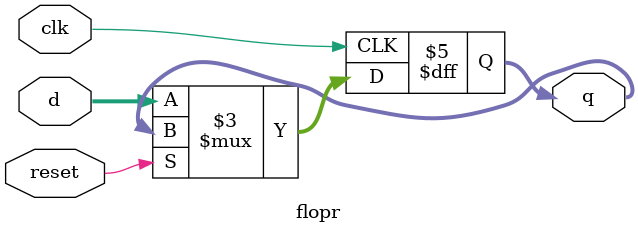
<source format=sv>

`timescale 1ns / 1ps
module flopr #(parameter WIDTH = 8) ( 
  input  logic             clk, reset,
  input  logic [WIDTH-1:0] d, 
  output logic [WIDTH-1:0] q);

  always_ff @(posedge clk)
    if (reset) q <=  q;
    else       q <=  d;
endmodule


</source>
